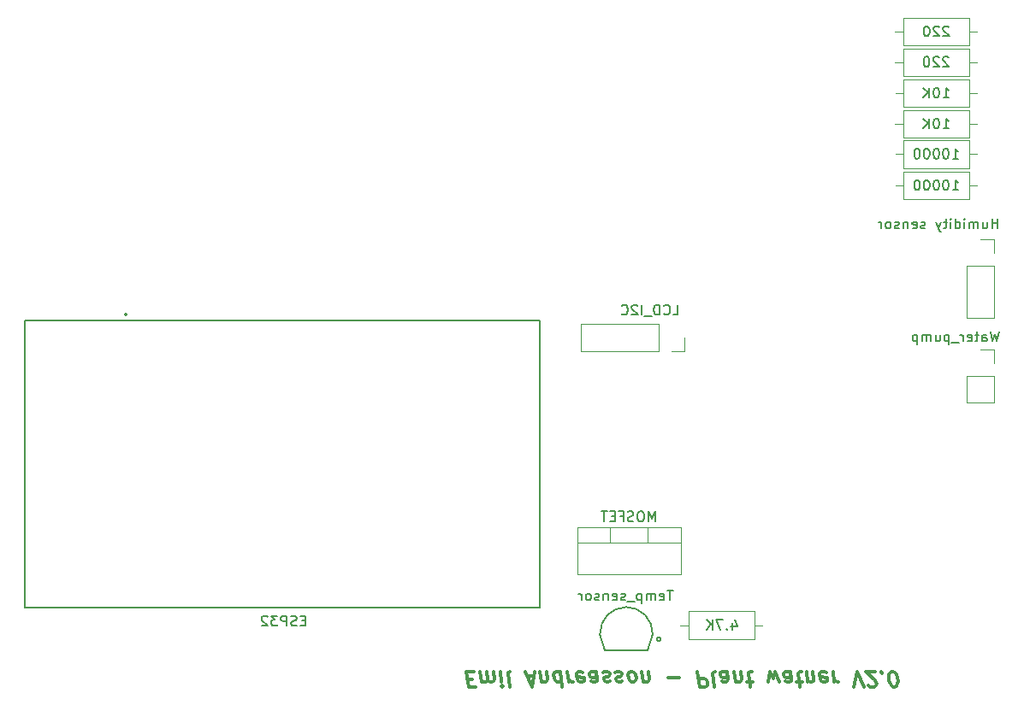
<source format=gbo>
G04 #@! TF.GenerationSoftware,KiCad,Pcbnew,(5.1.10)-1*
G04 #@! TF.CreationDate,2024-12-13T18:52:17+01:00*
G04 #@! TF.ProjectId,plant_watner_V2.0,706c616e-745f-4776-9174-6e65725f5632,rev?*
G04 #@! TF.SameCoordinates,Original*
G04 #@! TF.FileFunction,Legend,Bot*
G04 #@! TF.FilePolarity,Positive*
%FSLAX46Y46*%
G04 Gerber Fmt 4.6, Leading zero omitted, Abs format (unit mm)*
G04 Created by KiCad (PCBNEW (5.1.10)-1) date 2024-12-13 18:52:17*
%MOMM*%
%LPD*%
G01*
G04 APERTURE LIST*
%ADD10C,0.300000*%
%ADD11C,0.127000*%
%ADD12C,0.200000*%
%ADD13C,0.120000*%
%ADD14C,0.150000*%
%ADD15O,1.304000X2.404000*%
%ADD16C,2.204000*%
%ADD17C,1.702000*%
%ADD18O,1.702000X1.702000*%
%ADD19O,1.802000X1.802000*%
%ADD20C,2.102000*%
%ADD21C,5.702000*%
%ADD22O,2.007000X2.102000*%
%ADD23C,1.902000*%
%ADD24O,1.702000X2.102000*%
G04 APERTURE END LIST*
D10*
X136765777Y-125129490D02*
X137265777Y-125129490D01*
X137381849Y-124343776D02*
X136667563Y-124343776D01*
X136855063Y-125843776D01*
X137569349Y-125843776D01*
X138024706Y-124343776D02*
X138149706Y-125343776D01*
X138131849Y-125200919D02*
X138212206Y-125272348D01*
X138363992Y-125343776D01*
X138578277Y-125343776D01*
X138712206Y-125272348D01*
X138765777Y-125129490D01*
X138667563Y-124343776D01*
X138765777Y-125129490D02*
X138855063Y-125272348D01*
X139006849Y-125343776D01*
X139221135Y-125343776D01*
X139355063Y-125272348D01*
X139408635Y-125129490D01*
X139310420Y-124343776D01*
X140024706Y-124343776D02*
X140149706Y-125343776D01*
X140212206Y-125843776D02*
X140131849Y-125772348D01*
X140194349Y-125700919D01*
X140274706Y-125772348D01*
X140212206Y-125843776D01*
X140194349Y-125700919D01*
X140953277Y-124343776D02*
X140819349Y-124415205D01*
X140765777Y-124558062D01*
X140926492Y-125843776D01*
X142649706Y-124772348D02*
X143363992Y-124772348D01*
X142453277Y-124343776D02*
X143140777Y-125843776D01*
X143453277Y-124343776D01*
X144078277Y-125343776D02*
X143953277Y-124343776D01*
X144060420Y-125200919D02*
X144140777Y-125272348D01*
X144292563Y-125343776D01*
X144506849Y-125343776D01*
X144640777Y-125272348D01*
X144694349Y-125129490D01*
X144596135Y-124343776D01*
X145953277Y-124343776D02*
X146140777Y-125843776D01*
X145962206Y-124415205D02*
X145810420Y-124343776D01*
X145524706Y-124343776D01*
X145390777Y-124415205D01*
X145328277Y-124486633D01*
X145274706Y-124629490D01*
X145328277Y-125058062D01*
X145417563Y-125200919D01*
X145497920Y-125272348D01*
X145649706Y-125343776D01*
X145935420Y-125343776D01*
X146069349Y-125272348D01*
X146667563Y-124343776D02*
X146792563Y-125343776D01*
X146756849Y-125058062D02*
X146846135Y-125200919D01*
X146926492Y-125272348D01*
X147078277Y-125343776D01*
X147221135Y-125343776D01*
X148176492Y-124415205D02*
X148024706Y-124343776D01*
X147738992Y-124343776D01*
X147605063Y-124415205D01*
X147551492Y-124558062D01*
X147622920Y-125129490D01*
X147712206Y-125272348D01*
X147863992Y-125343776D01*
X148149706Y-125343776D01*
X148283635Y-125272348D01*
X148337206Y-125129490D01*
X148319349Y-124986633D01*
X147587206Y-124843776D01*
X149524706Y-124343776D02*
X149622920Y-125129490D01*
X149569349Y-125272348D01*
X149435420Y-125343776D01*
X149149706Y-125343776D01*
X148997920Y-125272348D01*
X149533635Y-124415205D02*
X149381849Y-124343776D01*
X149024706Y-124343776D01*
X148890777Y-124415205D01*
X148837206Y-124558062D01*
X148855063Y-124700919D01*
X148944349Y-124843776D01*
X149096135Y-124915205D01*
X149453277Y-124915205D01*
X149605063Y-124986633D01*
X150176492Y-124415205D02*
X150310420Y-124343776D01*
X150596135Y-124343776D01*
X150747920Y-124415205D01*
X150837206Y-124558062D01*
X150846135Y-124629490D01*
X150792563Y-124772348D01*
X150658635Y-124843776D01*
X150444349Y-124843776D01*
X150310420Y-124915205D01*
X150256849Y-125058062D01*
X150265777Y-125129490D01*
X150355063Y-125272348D01*
X150506849Y-125343776D01*
X150721135Y-125343776D01*
X150855063Y-125272348D01*
X151390777Y-124415205D02*
X151524706Y-124343776D01*
X151810420Y-124343776D01*
X151962206Y-124415205D01*
X152051492Y-124558062D01*
X152060420Y-124629490D01*
X152006849Y-124772348D01*
X151872920Y-124843776D01*
X151658635Y-124843776D01*
X151524706Y-124915205D01*
X151471135Y-125058062D01*
X151480063Y-125129490D01*
X151569349Y-125272348D01*
X151721135Y-125343776D01*
X151935420Y-125343776D01*
X152069349Y-125272348D01*
X152881849Y-124343776D02*
X152747920Y-124415205D01*
X152685420Y-124486633D01*
X152631849Y-124629490D01*
X152685420Y-125058062D01*
X152774706Y-125200919D01*
X152855063Y-125272348D01*
X153006849Y-125343776D01*
X153221135Y-125343776D01*
X153355063Y-125272348D01*
X153417563Y-125200919D01*
X153471135Y-125058062D01*
X153417563Y-124629490D01*
X153328277Y-124486633D01*
X153247920Y-124415205D01*
X153096135Y-124343776D01*
X152881849Y-124343776D01*
X154149706Y-125343776D02*
X154024706Y-124343776D01*
X154131849Y-125200919D02*
X154212206Y-125272348D01*
X154363992Y-125343776D01*
X154578277Y-125343776D01*
X154712206Y-125272348D01*
X154765777Y-125129490D01*
X154667563Y-124343776D01*
X156596135Y-124915205D02*
X157738992Y-124915205D01*
X159524706Y-124343776D02*
X159712206Y-125843776D01*
X160283635Y-125843776D01*
X160417563Y-125772348D01*
X160480063Y-125700919D01*
X160533635Y-125558062D01*
X160506849Y-125343776D01*
X160417563Y-125200919D01*
X160337206Y-125129490D01*
X160185420Y-125058062D01*
X159613992Y-125058062D01*
X161238992Y-124343776D02*
X161105063Y-124415205D01*
X161051492Y-124558062D01*
X161212206Y-125843776D01*
X162453277Y-124343776D02*
X162551492Y-125129490D01*
X162497920Y-125272348D01*
X162363992Y-125343776D01*
X162078277Y-125343776D01*
X161926492Y-125272348D01*
X162462206Y-124415205D02*
X162310420Y-124343776D01*
X161953277Y-124343776D01*
X161819349Y-124415205D01*
X161765777Y-124558062D01*
X161783635Y-124700919D01*
X161872920Y-124843776D01*
X162024706Y-124915205D01*
X162381849Y-124915205D01*
X162533635Y-124986633D01*
X163292563Y-125343776D02*
X163167563Y-124343776D01*
X163274706Y-125200919D02*
X163355063Y-125272348D01*
X163506849Y-125343776D01*
X163721135Y-125343776D01*
X163855063Y-125272348D01*
X163908635Y-125129490D01*
X163810420Y-124343776D01*
X164435420Y-125343776D02*
X165006849Y-125343776D01*
X164712206Y-125843776D02*
X164551492Y-124558062D01*
X164605063Y-124415205D01*
X164738992Y-124343776D01*
X164881849Y-124343776D01*
X166506849Y-125343776D02*
X166667563Y-124343776D01*
X167042563Y-125058062D01*
X167238992Y-124343776D01*
X167649706Y-125343776D01*
X168738992Y-124343776D02*
X168837206Y-125129490D01*
X168783635Y-125272348D01*
X168649706Y-125343776D01*
X168363992Y-125343776D01*
X168212206Y-125272348D01*
X168747920Y-124415205D02*
X168596135Y-124343776D01*
X168238992Y-124343776D01*
X168105063Y-124415205D01*
X168051492Y-124558062D01*
X168069349Y-124700919D01*
X168158635Y-124843776D01*
X168310420Y-124915205D01*
X168667563Y-124915205D01*
X168819349Y-124986633D01*
X169363992Y-125343776D02*
X169935420Y-125343776D01*
X169640777Y-125843776D02*
X169480063Y-124558062D01*
X169533635Y-124415205D01*
X169667563Y-124343776D01*
X169810420Y-124343776D01*
X170435420Y-125343776D02*
X170310420Y-124343776D01*
X170417563Y-125200919D02*
X170497920Y-125272348D01*
X170649706Y-125343776D01*
X170863992Y-125343776D01*
X170997920Y-125272348D01*
X171051492Y-125129490D01*
X170953277Y-124343776D01*
X172247920Y-124415205D02*
X172096135Y-124343776D01*
X171810420Y-124343776D01*
X171676492Y-124415205D01*
X171622920Y-124558062D01*
X171694349Y-125129490D01*
X171783635Y-125272348D01*
X171935420Y-125343776D01*
X172221135Y-125343776D01*
X172355063Y-125272348D01*
X172408635Y-125129490D01*
X172390777Y-124986633D01*
X171658635Y-124843776D01*
X172953277Y-124343776D02*
X173078277Y-125343776D01*
X173042563Y-125058062D02*
X173131849Y-125200919D01*
X173212206Y-125272348D01*
X173363992Y-125343776D01*
X173506849Y-125343776D01*
X174997920Y-125843776D02*
X175310420Y-124343776D01*
X175997920Y-125843776D01*
X176408635Y-125700919D02*
X176488992Y-125772348D01*
X176640777Y-125843776D01*
X176997920Y-125843776D01*
X177131849Y-125772348D01*
X177194349Y-125700919D01*
X177247920Y-125558062D01*
X177230063Y-125415205D01*
X177131849Y-125200919D01*
X176167563Y-124343776D01*
X177096135Y-124343776D01*
X177756849Y-124486633D02*
X177819349Y-124415205D01*
X177738992Y-124343776D01*
X177676492Y-124415205D01*
X177756849Y-124486633D01*
X177738992Y-124343776D01*
X178926492Y-125843776D02*
X179069349Y-125843776D01*
X179203277Y-125772348D01*
X179265777Y-125700919D01*
X179319349Y-125558062D01*
X179355063Y-125272348D01*
X179310420Y-124915205D01*
X179203277Y-124629490D01*
X179113992Y-124486633D01*
X179033635Y-124415205D01*
X178881849Y-124343776D01*
X178738992Y-124343776D01*
X178605063Y-124415205D01*
X178542563Y-124486633D01*
X178488992Y-124629490D01*
X178453277Y-124915205D01*
X178497920Y-125272348D01*
X178605063Y-125558062D01*
X178694349Y-125700919D01*
X178774706Y-125772348D01*
X178926492Y-125843776D01*
D11*
X155085635Y-120658348D02*
X154585635Y-122258348D01*
X154585635Y-122258348D02*
X150385635Y-122258348D01*
X150385635Y-122258348D02*
X149885635Y-120658348D01*
D12*
X155885635Y-121158348D02*
G75*
G03*
X155885635Y-121158348I-200000J0D01*
G01*
D11*
X155085635Y-120596348D02*
G75*
G03*
X149885635Y-120596348I-2600000J45383D01*
G01*
X92974635Y-118043348D02*
X143924635Y-118043348D01*
X143924635Y-118043348D02*
X143924635Y-89533348D01*
X92974635Y-89533348D02*
X92974635Y-118043348D01*
X143924635Y-89533348D02*
X92974635Y-89533348D01*
D12*
X103034635Y-88963348D02*
G75*
G03*
X103034635Y-88963348I-100000J0D01*
G01*
D11*
X92974635Y-89533348D02*
X92974635Y-100602348D01*
X92974635Y-100602348D02*
X92974635Y-107313348D01*
X92974635Y-107313348D02*
X92974635Y-118043348D01*
X143924635Y-89533348D02*
X92974635Y-89533348D01*
X92974635Y-118043348D02*
X143924635Y-118043348D01*
X143924635Y-89533348D02*
X143924635Y-94903348D01*
X143924635Y-94903348D02*
X143924635Y-112593348D01*
X143924635Y-112593348D02*
X143924635Y-118043348D01*
D13*
X179098355Y-70064368D02*
X179868355Y-70064368D01*
X187178355Y-70064368D02*
X186408355Y-70064368D01*
X179868355Y-68694368D02*
X186408355Y-68694368D01*
X179868355Y-71434368D02*
X179868355Y-68694368D01*
X186408355Y-71434368D02*
X179868355Y-71434368D01*
X186408355Y-68694368D02*
X186408355Y-71434368D01*
X186436355Y-65646369D02*
X186436355Y-68386369D01*
X186436355Y-68386369D02*
X179896355Y-68386369D01*
X179896355Y-68386369D02*
X179896355Y-65646369D01*
X179896355Y-65646369D02*
X186436355Y-65646369D01*
X187206355Y-67016369D02*
X186436355Y-67016369D01*
X179126355Y-67016369D02*
X179896355Y-67016369D01*
X186408354Y-62598369D02*
X186408354Y-65338369D01*
X186408354Y-65338369D02*
X179868354Y-65338369D01*
X179868354Y-65338369D02*
X179868354Y-62598369D01*
X179868354Y-62598369D02*
X186408354Y-62598369D01*
X187178354Y-63968369D02*
X186408354Y-63968369D01*
X179098354Y-63968369D02*
X179868354Y-63968369D01*
X179098356Y-60920368D02*
X179868356Y-60920368D01*
X187178356Y-60920368D02*
X186408356Y-60920368D01*
X179868356Y-59550368D02*
X186408356Y-59550368D01*
X179868356Y-62290368D02*
X179868356Y-59550368D01*
X186408356Y-62290368D02*
X179868356Y-62290368D01*
X186408356Y-59550368D02*
X186408356Y-62290368D01*
X158260635Y-92570348D02*
X158260635Y-91240348D01*
X156930635Y-92570348D02*
X158260635Y-92570348D01*
X155660635Y-92570348D02*
X155660635Y-89910348D01*
X155660635Y-89910348D02*
X147980635Y-89910348D01*
X155660635Y-92570348D02*
X147980635Y-92570348D01*
X147980635Y-92570348D02*
X147980635Y-89910348D01*
X188867636Y-81528348D02*
X187537636Y-81528348D01*
X188867636Y-82858348D02*
X188867636Y-81528348D01*
X188867636Y-84128348D02*
X186207636Y-84128348D01*
X186207636Y-84128348D02*
X186207636Y-89268348D01*
X188867636Y-84128348D02*
X188867636Y-89268348D01*
X188867636Y-89268348D02*
X186207636Y-89268348D01*
X150888636Y-110068349D02*
X150888636Y-111578349D01*
X154589636Y-110068349D02*
X154589636Y-111578349D01*
X157859636Y-111578349D02*
X147619636Y-111578349D01*
X147619636Y-110068349D02*
X147619636Y-114709349D01*
X157859636Y-110068349D02*
X157859636Y-114709349D01*
X157859636Y-114709349D02*
X147619636Y-114709349D01*
X157859636Y-110068349D02*
X147619636Y-110068349D01*
X188867636Y-92450348D02*
X187537636Y-92450348D01*
X188867636Y-93780348D02*
X188867636Y-92450348D01*
X188867636Y-95050348D02*
X186207636Y-95050348D01*
X186207636Y-95050348D02*
X186207636Y-97650348D01*
X188867636Y-95050348D02*
X188867636Y-97650348D01*
X188867636Y-97650348D02*
X186207636Y-97650348D01*
X157843634Y-119751850D02*
X158613634Y-119751850D01*
X165923634Y-119751850D02*
X165153634Y-119751850D01*
X158613634Y-118381850D02*
X165153634Y-118381850D01*
X158613634Y-121121850D02*
X158613634Y-118381850D01*
X165153634Y-121121850D02*
X158613634Y-121121850D01*
X165153634Y-118381850D02*
X165153634Y-121121850D01*
X186426136Y-74820849D02*
X186426136Y-77560849D01*
X186426136Y-77560849D02*
X179886136Y-77560849D01*
X179886136Y-77560849D02*
X179886136Y-74820849D01*
X179886136Y-74820849D02*
X186426136Y-74820849D01*
X187196136Y-76190849D02*
X186426136Y-76190849D01*
X179116136Y-76190849D02*
X179886136Y-76190849D01*
X179116136Y-73079349D02*
X179886136Y-73079349D01*
X187196136Y-73079349D02*
X186426136Y-73079349D01*
X179886136Y-71709349D02*
X186426136Y-71709349D01*
X179886136Y-74449349D02*
X179886136Y-71709349D01*
X186426136Y-74449349D02*
X179886136Y-74449349D01*
X186426136Y-71709349D02*
X186426136Y-74449349D01*
D14*
X157097729Y-116282181D02*
X156525207Y-116282181D01*
X156811468Y-117284094D02*
X156811468Y-116282181D01*
X155809555Y-117236384D02*
X155904975Y-117284094D01*
X156095816Y-117284094D01*
X156191236Y-117236384D01*
X156238946Y-117140963D01*
X156238946Y-116759282D01*
X156191236Y-116663862D01*
X156095816Y-116616152D01*
X155904975Y-116616152D01*
X155809555Y-116663862D01*
X155761845Y-116759282D01*
X155761845Y-116854703D01*
X156238946Y-116950123D01*
X155332453Y-117284094D02*
X155332453Y-116616152D01*
X155332453Y-116711572D02*
X155284743Y-116663862D01*
X155189323Y-116616152D01*
X155046192Y-116616152D01*
X154950772Y-116663862D01*
X154903062Y-116759282D01*
X154903062Y-117284094D01*
X154903062Y-116759282D02*
X154855352Y-116663862D01*
X154759932Y-116616152D01*
X154616801Y-116616152D01*
X154521381Y-116663862D01*
X154473671Y-116759282D01*
X154473671Y-117284094D01*
X153996569Y-116616152D02*
X153996569Y-117618065D01*
X153996569Y-116663862D02*
X153901149Y-116616152D01*
X153710308Y-116616152D01*
X153614888Y-116663862D01*
X153567178Y-116711572D01*
X153519468Y-116806992D01*
X153519468Y-117093253D01*
X153567178Y-117188674D01*
X153614888Y-117236384D01*
X153710308Y-117284094D01*
X153901149Y-117284094D01*
X153996569Y-117236384D01*
X153328627Y-117379514D02*
X152565265Y-117379514D01*
X152374424Y-117236384D02*
X152279004Y-117284094D01*
X152088164Y-117284094D01*
X151992743Y-117236384D01*
X151945033Y-117140963D01*
X151945033Y-117093253D01*
X151992743Y-116997833D01*
X152088164Y-116950123D01*
X152231294Y-116950123D01*
X152326714Y-116902413D01*
X152374424Y-116806992D01*
X152374424Y-116759282D01*
X152326714Y-116663862D01*
X152231294Y-116616152D01*
X152088164Y-116616152D01*
X151992743Y-116663862D01*
X151133961Y-117236384D02*
X151229381Y-117284094D01*
X151420222Y-117284094D01*
X151515642Y-117236384D01*
X151563352Y-117140963D01*
X151563352Y-116759282D01*
X151515642Y-116663862D01*
X151420222Y-116616152D01*
X151229381Y-116616152D01*
X151133961Y-116663862D01*
X151086251Y-116759282D01*
X151086251Y-116854703D01*
X151563352Y-116950123D01*
X150656859Y-116616152D02*
X150656859Y-117284094D01*
X150656859Y-116711572D02*
X150609149Y-116663862D01*
X150513729Y-116616152D01*
X150370598Y-116616152D01*
X150275178Y-116663862D01*
X150227468Y-116759282D01*
X150227468Y-117284094D01*
X149798077Y-117236384D02*
X149702656Y-117284094D01*
X149511816Y-117284094D01*
X149416396Y-117236384D01*
X149368685Y-117140963D01*
X149368685Y-117093253D01*
X149416396Y-116997833D01*
X149511816Y-116950123D01*
X149654946Y-116950123D01*
X149750367Y-116902413D01*
X149798077Y-116806992D01*
X149798077Y-116759282D01*
X149750367Y-116663862D01*
X149654946Y-116616152D01*
X149511816Y-116616152D01*
X149416396Y-116663862D01*
X148796164Y-117284094D02*
X148891584Y-117236384D01*
X148939294Y-117188674D01*
X148987004Y-117093253D01*
X148987004Y-116806992D01*
X148939294Y-116711572D01*
X148891584Y-116663862D01*
X148796164Y-116616152D01*
X148653033Y-116616152D01*
X148557613Y-116663862D01*
X148509903Y-116711572D01*
X148462193Y-116806992D01*
X148462193Y-117093253D01*
X148509903Y-117188674D01*
X148557613Y-117236384D01*
X148653033Y-117284094D01*
X148796164Y-117284094D01*
X148032801Y-117284094D02*
X148032801Y-116616152D01*
X148032801Y-116806992D02*
X147985091Y-116711572D01*
X147937381Y-116663862D01*
X147841961Y-116616152D01*
X147746541Y-116616152D01*
X120719492Y-119299419D02*
X120386158Y-119299419D01*
X120243301Y-119823228D02*
X120719492Y-119823228D01*
X120719492Y-118823228D01*
X120243301Y-118823228D01*
X119862349Y-119775609D02*
X119719492Y-119823228D01*
X119481396Y-119823228D01*
X119386158Y-119775609D01*
X119338539Y-119727990D01*
X119290920Y-119632752D01*
X119290920Y-119537514D01*
X119338539Y-119442276D01*
X119386158Y-119394657D01*
X119481396Y-119347038D01*
X119671873Y-119299419D01*
X119767111Y-119251800D01*
X119814730Y-119204181D01*
X119862349Y-119108943D01*
X119862349Y-119013705D01*
X119814730Y-118918467D01*
X119767111Y-118870848D01*
X119671873Y-118823228D01*
X119433777Y-118823228D01*
X119290920Y-118870848D01*
X118862349Y-119823228D02*
X118862349Y-118823228D01*
X118481396Y-118823228D01*
X118386158Y-118870848D01*
X118338539Y-118918467D01*
X118290920Y-119013705D01*
X118290920Y-119156562D01*
X118338539Y-119251800D01*
X118386158Y-119299419D01*
X118481396Y-119347038D01*
X118862349Y-119347038D01*
X117957587Y-118823228D02*
X117338539Y-118823228D01*
X117671873Y-119204181D01*
X117529015Y-119204181D01*
X117433777Y-119251800D01*
X117386158Y-119299419D01*
X117338539Y-119394657D01*
X117338539Y-119632752D01*
X117386158Y-119727990D01*
X117433777Y-119775609D01*
X117529015Y-119823228D01*
X117814730Y-119823228D01*
X117909968Y-119775609D01*
X117957587Y-119727990D01*
X116957587Y-118918467D02*
X116909968Y-118870848D01*
X116814730Y-118823228D01*
X116576635Y-118823228D01*
X116481396Y-118870848D01*
X116433777Y-118918467D01*
X116386158Y-119013705D01*
X116386158Y-119108943D01*
X116433777Y-119251800D01*
X117005206Y-119823228D01*
X116386158Y-119823228D01*
X183846611Y-70547228D02*
X184418039Y-70547228D01*
X184132325Y-70547228D02*
X184132325Y-69547228D01*
X184227563Y-69690086D01*
X184322801Y-69785324D01*
X184418039Y-69832943D01*
X183227563Y-69547228D02*
X183132325Y-69547228D01*
X183037087Y-69594848D01*
X182989468Y-69642467D01*
X182941849Y-69737705D01*
X182894230Y-69928181D01*
X182894230Y-70166276D01*
X182941849Y-70356752D01*
X182989468Y-70451990D01*
X183037087Y-70499609D01*
X183132325Y-70547228D01*
X183227563Y-70547228D01*
X183322801Y-70499609D01*
X183370420Y-70451990D01*
X183418039Y-70356752D01*
X183465658Y-70166276D01*
X183465658Y-69928181D01*
X183418039Y-69737705D01*
X183370420Y-69642467D01*
X183322801Y-69594848D01*
X183227563Y-69547228D01*
X182465658Y-70547228D02*
X182465658Y-69547228D01*
X181894230Y-70547228D02*
X182322801Y-69975800D01*
X181894230Y-69547228D02*
X182465658Y-70118657D01*
X183846612Y-67499229D02*
X184418040Y-67499229D01*
X184132326Y-67499229D02*
X184132326Y-66499229D01*
X184227564Y-66642087D01*
X184322802Y-66737325D01*
X184418040Y-66784944D01*
X183227564Y-66499229D02*
X183132326Y-66499229D01*
X183037088Y-66546849D01*
X182989469Y-66594468D01*
X182941850Y-66689706D01*
X182894231Y-66880182D01*
X182894231Y-67118277D01*
X182941850Y-67308753D01*
X182989469Y-67403991D01*
X183037088Y-67451610D01*
X183132326Y-67499229D01*
X183227564Y-67499229D01*
X183322802Y-67451610D01*
X183370421Y-67403991D01*
X183418040Y-67308753D01*
X183465659Y-67118277D01*
X183465659Y-66880182D01*
X183418040Y-66689706D01*
X183370421Y-66594468D01*
X183322802Y-66546849D01*
X183227564Y-66499229D01*
X182465659Y-67499229D02*
X182465659Y-66499229D01*
X181894231Y-67499229D02*
X182322802Y-66927801D01*
X181894231Y-66499229D02*
X182465659Y-67070658D01*
X184376449Y-63515988D02*
X184328830Y-63468369D01*
X184233592Y-63420749D01*
X183995496Y-63420749D01*
X183900258Y-63468369D01*
X183852639Y-63515988D01*
X183805020Y-63611226D01*
X183805020Y-63706464D01*
X183852639Y-63849321D01*
X184424068Y-64420749D01*
X183805020Y-64420749D01*
X183424068Y-63515988D02*
X183376449Y-63468369D01*
X183281211Y-63420749D01*
X183043115Y-63420749D01*
X182947877Y-63468369D01*
X182900258Y-63515988D01*
X182852639Y-63611226D01*
X182852639Y-63706464D01*
X182900258Y-63849321D01*
X183471687Y-64420749D01*
X182852639Y-64420749D01*
X182233592Y-63420749D02*
X182138354Y-63420749D01*
X182043115Y-63468369D01*
X181995496Y-63515988D01*
X181947877Y-63611226D01*
X181900258Y-63801702D01*
X181900258Y-64039797D01*
X181947877Y-64230273D01*
X181995496Y-64325511D01*
X182043115Y-64373130D01*
X182138354Y-64420749D01*
X182233592Y-64420749D01*
X182328830Y-64373130D01*
X182376449Y-64325511D01*
X182424068Y-64230273D01*
X182471687Y-64039797D01*
X182471687Y-63801702D01*
X182424068Y-63611226D01*
X182376449Y-63515988D01*
X182328830Y-63468369D01*
X182233592Y-63420749D01*
X184394231Y-60498467D02*
X184346612Y-60450848D01*
X184251374Y-60403228D01*
X184013278Y-60403228D01*
X183918040Y-60450848D01*
X183870421Y-60498467D01*
X183822802Y-60593705D01*
X183822802Y-60688943D01*
X183870421Y-60831800D01*
X184441850Y-61403228D01*
X183822802Y-61403228D01*
X183441850Y-60498467D02*
X183394231Y-60450848D01*
X183298993Y-60403228D01*
X183060897Y-60403228D01*
X182965659Y-60450848D01*
X182918040Y-60498467D01*
X182870421Y-60593705D01*
X182870421Y-60688943D01*
X182918040Y-60831800D01*
X183489469Y-61403228D01*
X182870421Y-61403228D01*
X182251374Y-60403228D02*
X182156136Y-60403228D01*
X182060897Y-60450848D01*
X182013278Y-60498467D01*
X181965659Y-60593705D01*
X181918040Y-60784181D01*
X181918040Y-61022276D01*
X181965659Y-61212752D01*
X182013278Y-61307990D01*
X182060897Y-61355609D01*
X182156136Y-61403228D01*
X182251374Y-61403228D01*
X182346612Y-61355609D01*
X182394231Y-61307990D01*
X182441850Y-61212752D01*
X182489469Y-61022276D01*
X182489469Y-60784181D01*
X182441850Y-60593705D01*
X182394231Y-60498467D01*
X182346612Y-60450848D01*
X182251374Y-60403228D01*
X157108373Y-88997898D02*
X157584563Y-88997898D01*
X157584563Y-87997898D01*
X156203611Y-88902660D02*
X156251230Y-88950279D01*
X156394087Y-88997898D01*
X156489325Y-88997898D01*
X156632182Y-88950279D01*
X156727420Y-88855041D01*
X156775039Y-88759803D01*
X156822659Y-88569327D01*
X156822659Y-88426470D01*
X156775039Y-88235994D01*
X156727420Y-88140756D01*
X156632182Y-88045518D01*
X156489325Y-87997898D01*
X156394087Y-87997898D01*
X156251230Y-88045518D01*
X156203611Y-88093137D01*
X155775039Y-88997898D02*
X155775039Y-87997898D01*
X155536944Y-87997898D01*
X155394087Y-88045518D01*
X155298849Y-88140756D01*
X155251230Y-88235994D01*
X155203611Y-88426470D01*
X155203611Y-88569327D01*
X155251230Y-88759803D01*
X155298849Y-88855041D01*
X155394087Y-88950279D01*
X155536944Y-88997898D01*
X155775039Y-88997898D01*
X155013135Y-89093137D02*
X154251230Y-89093137D01*
X154013135Y-88997898D02*
X154013135Y-87997898D01*
X153584563Y-88093137D02*
X153536944Y-88045518D01*
X153441706Y-87997898D01*
X153203611Y-87997898D01*
X153108373Y-88045518D01*
X153060754Y-88093137D01*
X153013135Y-88188375D01*
X153013135Y-88283613D01*
X153060754Y-88426470D01*
X153632182Y-88997898D01*
X153013135Y-88997898D01*
X152013135Y-88902660D02*
X152060754Y-88950279D01*
X152203611Y-88997898D01*
X152298849Y-88997898D01*
X152441706Y-88950279D01*
X152536944Y-88855041D01*
X152584563Y-88759803D01*
X152632182Y-88569327D01*
X152632182Y-88426470D01*
X152584563Y-88235994D01*
X152536944Y-88140756D01*
X152441706Y-88045518D01*
X152298849Y-87997898D01*
X152203611Y-87997898D01*
X152060754Y-88045518D01*
X152013135Y-88093137D01*
X189243469Y-80453228D02*
X189243469Y-79453228D01*
X189243469Y-79929419D02*
X188672040Y-79929419D01*
X188672040Y-80453228D02*
X188672040Y-79453228D01*
X187767278Y-79786562D02*
X187767278Y-80453228D01*
X188195850Y-79786562D02*
X188195850Y-80310371D01*
X188148231Y-80405609D01*
X188052993Y-80453228D01*
X187910136Y-80453228D01*
X187814897Y-80405609D01*
X187767278Y-80357990D01*
X187291088Y-80453228D02*
X187291088Y-79786562D01*
X187291088Y-79881800D02*
X187243469Y-79834181D01*
X187148231Y-79786562D01*
X187005374Y-79786562D01*
X186910136Y-79834181D01*
X186862516Y-79929419D01*
X186862516Y-80453228D01*
X186862516Y-79929419D02*
X186814897Y-79834181D01*
X186719659Y-79786562D01*
X186576802Y-79786562D01*
X186481564Y-79834181D01*
X186433945Y-79929419D01*
X186433945Y-80453228D01*
X185957755Y-80453228D02*
X185957755Y-79786562D01*
X185957755Y-79453228D02*
X186005374Y-79500848D01*
X185957755Y-79548467D01*
X185910136Y-79500848D01*
X185957755Y-79453228D01*
X185957755Y-79548467D01*
X185052993Y-80453228D02*
X185052993Y-79453228D01*
X185052993Y-80405609D02*
X185148231Y-80453228D01*
X185338707Y-80453228D01*
X185433945Y-80405609D01*
X185481564Y-80357990D01*
X185529183Y-80262752D01*
X185529183Y-79977038D01*
X185481564Y-79881800D01*
X185433945Y-79834181D01*
X185338707Y-79786562D01*
X185148231Y-79786562D01*
X185052993Y-79834181D01*
X184576802Y-80453228D02*
X184576802Y-79786562D01*
X184576802Y-79453228D02*
X184624421Y-79500848D01*
X184576802Y-79548467D01*
X184529183Y-79500848D01*
X184576802Y-79453228D01*
X184576802Y-79548467D01*
X184243469Y-79786562D02*
X183862516Y-79786562D01*
X184100612Y-79453228D02*
X184100612Y-80310371D01*
X184052993Y-80405609D01*
X183957755Y-80453228D01*
X183862516Y-80453228D01*
X183624421Y-79786562D02*
X183386326Y-80453228D01*
X183148231Y-79786562D02*
X183386326Y-80453228D01*
X183481564Y-80691324D01*
X183529183Y-80738943D01*
X183624421Y-80786562D01*
X182052993Y-80405609D02*
X181957755Y-80453228D01*
X181767278Y-80453228D01*
X181672040Y-80405609D01*
X181624421Y-80310371D01*
X181624421Y-80262752D01*
X181672040Y-80167514D01*
X181767278Y-80119895D01*
X181910136Y-80119895D01*
X182005374Y-80072276D01*
X182052993Y-79977038D01*
X182052993Y-79929419D01*
X182005374Y-79834181D01*
X181910136Y-79786562D01*
X181767278Y-79786562D01*
X181672040Y-79834181D01*
X180814897Y-80405609D02*
X180910136Y-80453228D01*
X181100612Y-80453228D01*
X181195850Y-80405609D01*
X181243469Y-80310371D01*
X181243469Y-79929419D01*
X181195850Y-79834181D01*
X181100612Y-79786562D01*
X180910136Y-79786562D01*
X180814897Y-79834181D01*
X180767278Y-79929419D01*
X180767278Y-80024657D01*
X181243469Y-80119895D01*
X180338707Y-79786562D02*
X180338707Y-80453228D01*
X180338707Y-79881800D02*
X180291088Y-79834181D01*
X180195850Y-79786562D01*
X180052993Y-79786562D01*
X179957755Y-79834181D01*
X179910136Y-79929419D01*
X179910136Y-80453228D01*
X179481564Y-80405609D02*
X179386326Y-80453228D01*
X179195850Y-80453228D01*
X179100612Y-80405609D01*
X179052993Y-80310371D01*
X179052993Y-80262752D01*
X179100612Y-80167514D01*
X179195850Y-80119895D01*
X179338707Y-80119895D01*
X179433945Y-80072276D01*
X179481564Y-79977038D01*
X179481564Y-79929419D01*
X179433945Y-79834181D01*
X179338707Y-79786562D01*
X179195850Y-79786562D01*
X179100612Y-79834181D01*
X178481564Y-80453228D02*
X178576802Y-80405609D01*
X178624421Y-80357990D01*
X178672040Y-80262752D01*
X178672040Y-79977038D01*
X178624421Y-79881800D01*
X178576802Y-79834181D01*
X178481564Y-79786562D01*
X178338707Y-79786562D01*
X178243469Y-79834181D01*
X178195850Y-79881800D01*
X178148231Y-79977038D01*
X178148231Y-80262752D01*
X178195850Y-80357990D01*
X178243469Y-80405609D01*
X178338707Y-80453228D01*
X178481564Y-80453228D01*
X177719659Y-80453228D02*
X177719659Y-79786562D01*
X177719659Y-79977038D02*
X177672040Y-79881800D01*
X177624421Y-79834181D01*
X177529183Y-79786562D01*
X177433945Y-79786562D01*
X155334874Y-109472729D02*
X155334874Y-108472729D01*
X155001540Y-109187015D01*
X154668207Y-108472729D01*
X154668207Y-109472729D01*
X154001540Y-108472729D02*
X153811064Y-108472729D01*
X153715826Y-108520349D01*
X153620588Y-108615587D01*
X153572969Y-108806063D01*
X153572969Y-109139396D01*
X153620588Y-109329872D01*
X153715826Y-109425110D01*
X153811064Y-109472729D01*
X154001540Y-109472729D01*
X154096778Y-109425110D01*
X154192016Y-109329872D01*
X154239636Y-109139396D01*
X154239636Y-108806063D01*
X154192016Y-108615587D01*
X154096778Y-108520349D01*
X154001540Y-108472729D01*
X153192016Y-109425110D02*
X153049159Y-109472729D01*
X152811064Y-109472729D01*
X152715826Y-109425110D01*
X152668207Y-109377491D01*
X152620588Y-109282253D01*
X152620588Y-109187015D01*
X152668207Y-109091777D01*
X152715826Y-109044158D01*
X152811064Y-108996539D01*
X153001540Y-108948920D01*
X153096778Y-108901301D01*
X153144397Y-108853682D01*
X153192016Y-108758444D01*
X153192016Y-108663206D01*
X153144397Y-108567968D01*
X153096778Y-108520349D01*
X153001540Y-108472729D01*
X152763445Y-108472729D01*
X152620588Y-108520349D01*
X151858683Y-108948920D02*
X152192016Y-108948920D01*
X152192016Y-109472729D02*
X152192016Y-108472729D01*
X151715826Y-108472729D01*
X151334874Y-108948920D02*
X151001540Y-108948920D01*
X150858683Y-109472729D02*
X151334874Y-109472729D01*
X151334874Y-108472729D01*
X150858683Y-108472729D01*
X150572969Y-108472729D02*
X150001540Y-108472729D01*
X150287255Y-109472729D02*
X150287255Y-108472729D01*
X189370659Y-90629228D02*
X189132564Y-91629228D01*
X188942088Y-90914943D01*
X188751612Y-91629228D01*
X188513516Y-90629228D01*
X187703993Y-91629228D02*
X187703993Y-91105419D01*
X187751612Y-91010181D01*
X187846850Y-90962562D01*
X188037326Y-90962562D01*
X188132564Y-91010181D01*
X187703993Y-91581609D02*
X187799231Y-91629228D01*
X188037326Y-91629228D01*
X188132564Y-91581609D01*
X188180183Y-91486371D01*
X188180183Y-91391133D01*
X188132564Y-91295895D01*
X188037326Y-91248276D01*
X187799231Y-91248276D01*
X187703993Y-91200657D01*
X187370659Y-90962562D02*
X186989707Y-90962562D01*
X187227802Y-90629228D02*
X187227802Y-91486371D01*
X187180183Y-91581609D01*
X187084945Y-91629228D01*
X186989707Y-91629228D01*
X186275421Y-91581609D02*
X186370659Y-91629228D01*
X186561136Y-91629228D01*
X186656374Y-91581609D01*
X186703993Y-91486371D01*
X186703993Y-91105419D01*
X186656374Y-91010181D01*
X186561136Y-90962562D01*
X186370659Y-90962562D01*
X186275421Y-91010181D01*
X186227802Y-91105419D01*
X186227802Y-91200657D01*
X186703993Y-91295895D01*
X185799231Y-91629228D02*
X185799231Y-90962562D01*
X185799231Y-91153038D02*
X185751612Y-91057800D01*
X185703993Y-91010181D01*
X185608755Y-90962562D01*
X185513516Y-90962562D01*
X185418278Y-91724467D02*
X184656374Y-91724467D01*
X184418278Y-90962562D02*
X184418278Y-91962562D01*
X184418278Y-91010181D02*
X184323040Y-90962562D01*
X184132564Y-90962562D01*
X184037326Y-91010181D01*
X183989707Y-91057800D01*
X183942088Y-91153038D01*
X183942088Y-91438752D01*
X183989707Y-91533990D01*
X184037326Y-91581609D01*
X184132564Y-91629228D01*
X184323040Y-91629228D01*
X184418278Y-91581609D01*
X183084945Y-90962562D02*
X183084945Y-91629228D01*
X183513516Y-90962562D02*
X183513516Y-91486371D01*
X183465897Y-91581609D01*
X183370659Y-91629228D01*
X183227802Y-91629228D01*
X183132564Y-91581609D01*
X183084945Y-91533990D01*
X182608755Y-91629228D02*
X182608755Y-90962562D01*
X182608755Y-91057800D02*
X182561136Y-91010181D01*
X182465897Y-90962562D01*
X182323040Y-90962562D01*
X182227802Y-91010181D01*
X182180183Y-91105419D01*
X182180183Y-91629228D01*
X182180183Y-91105419D02*
X182132564Y-91010181D01*
X182037326Y-90962562D01*
X181894469Y-90962562D01*
X181799231Y-91010181D01*
X181751612Y-91105419D01*
X181751612Y-91629228D01*
X181275421Y-90962562D02*
X181275421Y-91962562D01*
X181275421Y-91010181D02*
X181180183Y-90962562D01*
X180989707Y-90962562D01*
X180894469Y-91010181D01*
X180846850Y-91057800D01*
X180799231Y-91153038D01*
X180799231Y-91438752D01*
X180846850Y-91533990D01*
X180894469Y-91581609D01*
X180989707Y-91629228D01*
X181180183Y-91629228D01*
X181275421Y-91581609D01*
X162970943Y-119537564D02*
X162970943Y-120204230D01*
X163209038Y-119156611D02*
X163447134Y-119870897D01*
X162828086Y-119870897D01*
X162447134Y-120108992D02*
X162399514Y-120156611D01*
X162447134Y-120204230D01*
X162494753Y-120156611D01*
X162447134Y-120108992D01*
X162447134Y-120204230D01*
X162066181Y-119204230D02*
X161399514Y-119204230D01*
X161828086Y-120204230D01*
X161018562Y-120204230D02*
X161018562Y-119204230D01*
X160447134Y-120204230D02*
X160875705Y-119632802D01*
X160447134Y-119204230D02*
X161018562Y-119775659D01*
X184775183Y-76643229D02*
X185346612Y-76643229D01*
X185060897Y-76643229D02*
X185060897Y-75643229D01*
X185156136Y-75786087D01*
X185251374Y-75881325D01*
X185346612Y-75928944D01*
X184156136Y-75643229D02*
X184060897Y-75643229D01*
X183965659Y-75690849D01*
X183918040Y-75738468D01*
X183870421Y-75833706D01*
X183822802Y-76024182D01*
X183822802Y-76262277D01*
X183870421Y-76452753D01*
X183918040Y-76547991D01*
X183965659Y-76595610D01*
X184060897Y-76643229D01*
X184156136Y-76643229D01*
X184251374Y-76595610D01*
X184298993Y-76547991D01*
X184346612Y-76452753D01*
X184394231Y-76262277D01*
X184394231Y-76024182D01*
X184346612Y-75833706D01*
X184298993Y-75738468D01*
X184251374Y-75690849D01*
X184156136Y-75643229D01*
X183203755Y-75643229D02*
X183108516Y-75643229D01*
X183013278Y-75690849D01*
X182965659Y-75738468D01*
X182918040Y-75833706D01*
X182870421Y-76024182D01*
X182870421Y-76262277D01*
X182918040Y-76452753D01*
X182965659Y-76547991D01*
X183013278Y-76595610D01*
X183108516Y-76643229D01*
X183203755Y-76643229D01*
X183298993Y-76595610D01*
X183346612Y-76547991D01*
X183394231Y-76452753D01*
X183441850Y-76262277D01*
X183441850Y-76024182D01*
X183394231Y-75833706D01*
X183346612Y-75738468D01*
X183298993Y-75690849D01*
X183203755Y-75643229D01*
X182251374Y-75643229D02*
X182156136Y-75643229D01*
X182060897Y-75690849D01*
X182013278Y-75738468D01*
X181965659Y-75833706D01*
X181918040Y-76024182D01*
X181918040Y-76262277D01*
X181965659Y-76452753D01*
X182013278Y-76547991D01*
X182060897Y-76595610D01*
X182156136Y-76643229D01*
X182251374Y-76643229D01*
X182346612Y-76595610D01*
X182394231Y-76547991D01*
X182441850Y-76452753D01*
X182489469Y-76262277D01*
X182489469Y-76024182D01*
X182441850Y-75833706D01*
X182394231Y-75738468D01*
X182346612Y-75690849D01*
X182251374Y-75643229D01*
X181298993Y-75643229D02*
X181203755Y-75643229D01*
X181108516Y-75690849D01*
X181060897Y-75738468D01*
X181013278Y-75833706D01*
X180965659Y-76024182D01*
X180965659Y-76262277D01*
X181013278Y-76452753D01*
X181060897Y-76547991D01*
X181108516Y-76595610D01*
X181203755Y-76643229D01*
X181298993Y-76643229D01*
X181394231Y-76595610D01*
X181441850Y-76547991D01*
X181489469Y-76452753D01*
X181537088Y-76262277D01*
X181537088Y-76024182D01*
X181489469Y-75833706D01*
X181441850Y-75738468D01*
X181394231Y-75690849D01*
X181298993Y-75643229D01*
X184775183Y-73531729D02*
X185346612Y-73531729D01*
X185060897Y-73531729D02*
X185060897Y-72531729D01*
X185156136Y-72674587D01*
X185251374Y-72769825D01*
X185346612Y-72817444D01*
X184156136Y-72531729D02*
X184060897Y-72531729D01*
X183965659Y-72579349D01*
X183918040Y-72626968D01*
X183870421Y-72722206D01*
X183822802Y-72912682D01*
X183822802Y-73150777D01*
X183870421Y-73341253D01*
X183918040Y-73436491D01*
X183965659Y-73484110D01*
X184060897Y-73531729D01*
X184156136Y-73531729D01*
X184251374Y-73484110D01*
X184298993Y-73436491D01*
X184346612Y-73341253D01*
X184394231Y-73150777D01*
X184394231Y-72912682D01*
X184346612Y-72722206D01*
X184298993Y-72626968D01*
X184251374Y-72579349D01*
X184156136Y-72531729D01*
X183203755Y-72531729D02*
X183108516Y-72531729D01*
X183013278Y-72579349D01*
X182965659Y-72626968D01*
X182918040Y-72722206D01*
X182870421Y-72912682D01*
X182870421Y-73150777D01*
X182918040Y-73341253D01*
X182965659Y-73436491D01*
X183013278Y-73484110D01*
X183108516Y-73531729D01*
X183203755Y-73531729D01*
X183298993Y-73484110D01*
X183346612Y-73436491D01*
X183394231Y-73341253D01*
X183441850Y-73150777D01*
X183441850Y-72912682D01*
X183394231Y-72722206D01*
X183346612Y-72626968D01*
X183298993Y-72579349D01*
X183203755Y-72531729D01*
X182251374Y-72531729D02*
X182156136Y-72531729D01*
X182060897Y-72579349D01*
X182013278Y-72626968D01*
X181965659Y-72722206D01*
X181918040Y-72912682D01*
X181918040Y-73150777D01*
X181965659Y-73341253D01*
X182013278Y-73436491D01*
X182060897Y-73484110D01*
X182156136Y-73531729D01*
X182251374Y-73531729D01*
X182346612Y-73484110D01*
X182394231Y-73436491D01*
X182441850Y-73341253D01*
X182489469Y-73150777D01*
X182489469Y-72912682D01*
X182441850Y-72722206D01*
X182394231Y-72626968D01*
X182346612Y-72579349D01*
X182251374Y-72531729D01*
X181298993Y-72531729D02*
X181203755Y-72531729D01*
X181108516Y-72579349D01*
X181060897Y-72626968D01*
X181013278Y-72722206D01*
X180965659Y-72912682D01*
X180965659Y-73150777D01*
X181013278Y-73341253D01*
X181060897Y-73436491D01*
X181108516Y-73484110D01*
X181203755Y-73531729D01*
X181298993Y-73531729D01*
X181394231Y-73484110D01*
X181441850Y-73436491D01*
X181489469Y-73341253D01*
X181537088Y-73150777D01*
X181537088Y-72912682D01*
X181489469Y-72722206D01*
X181441850Y-72626968D01*
X181394231Y-72579349D01*
X181298993Y-72531729D01*
%LPC*%
D15*
X151114035Y-120972748D03*
X152485635Y-120958348D03*
X153857235Y-120958348D03*
D16*
X138494635Y-116513348D03*
X135954635Y-116513348D03*
X133414635Y-116513348D03*
X130874635Y-116513348D03*
X128334635Y-116513348D03*
X125794635Y-116513348D03*
X123254635Y-116513348D03*
X120714635Y-116513348D03*
X118174635Y-116513348D03*
X115634635Y-116513348D03*
X113094635Y-116513348D03*
X110554635Y-116513348D03*
X108014635Y-116513348D03*
X105474635Y-116513348D03*
X102934635Y-116513348D03*
X138494635Y-91113348D03*
X135954635Y-91113348D03*
X133414635Y-91113348D03*
X130874635Y-91113348D03*
X128334635Y-91113348D03*
X125794635Y-91113348D03*
X123254635Y-91113348D03*
X120714635Y-91113348D03*
X118174635Y-91113348D03*
X115634635Y-91113348D03*
X113094635Y-91113348D03*
X110554635Y-91113348D03*
X108014635Y-91113348D03*
X105474635Y-91113348D03*
G36*
G01*
X101934635Y-90011348D02*
X103934635Y-90011348D01*
G75*
G02*
X104036635Y-90113348I0J-102000D01*
G01*
X104036635Y-92113348D01*
G75*
G02*
X103934635Y-92215348I-102000J0D01*
G01*
X101934635Y-92215348D01*
G75*
G02*
X101832635Y-92113348I0J102000D01*
G01*
X101832635Y-90113348D01*
G75*
G02*
X101934635Y-90011348I102000J0D01*
G01*
G37*
D17*
X188218355Y-70064368D03*
D18*
X178058355Y-70064368D03*
X178086355Y-67016369D03*
D17*
X188246355Y-67016369D03*
D18*
X178058354Y-63968369D03*
D17*
X188218354Y-63968369D03*
X188218356Y-60920368D03*
D18*
X178058356Y-60920368D03*
G36*
G01*
X157780635Y-92141348D02*
X156080635Y-92141348D01*
G75*
G02*
X156029635Y-92090348I0J51000D01*
G01*
X156029635Y-90390348D01*
G75*
G02*
X156080635Y-90339348I51000J0D01*
G01*
X157780635Y-90339348D01*
G75*
G02*
X157831635Y-90390348I0J-51000D01*
G01*
X157831635Y-92090348D01*
G75*
G02*
X157780635Y-92141348I-51000J0D01*
G01*
G37*
D19*
X154390635Y-91240348D03*
X151850635Y-91240348D03*
X149310635Y-91240348D03*
D20*
X165046005Y-112362729D03*
X165046005Y-107862729D03*
X171546005Y-112362729D03*
X171546005Y-107862729D03*
X184754004Y-107862729D03*
X184754004Y-112362729D03*
X178254004Y-107862729D03*
X178254004Y-112362729D03*
X171535635Y-119870348D03*
X171535635Y-115370348D03*
X178035635Y-119870348D03*
X178035635Y-115370348D03*
X171766636Y-104702347D03*
X171766636Y-100202347D03*
X178266636Y-104702347D03*
X178266636Y-100202347D03*
D21*
X186140635Y-121720348D03*
X183346635Y-53648348D03*
X95843636Y-122355349D03*
G36*
G01*
X188438636Y-82008348D02*
X188438636Y-83708348D01*
G75*
G02*
X188387636Y-83759348I-51000J0D01*
G01*
X186687636Y-83759348D01*
G75*
G02*
X186636636Y-83708348I0J51000D01*
G01*
X186636636Y-82008348D01*
G75*
G02*
X186687636Y-81957348I51000J0D01*
G01*
X188387636Y-81957348D01*
G75*
G02*
X188438636Y-82008348I0J-51000D01*
G01*
G37*
D19*
X187537636Y-85398348D03*
X187537636Y-87938348D03*
G36*
G01*
X156283136Y-112338349D02*
X156283136Y-114338349D01*
G75*
G02*
X156232136Y-114389349I-51000J0D01*
G01*
X154327136Y-114389349D01*
G75*
G02*
X154276136Y-114338349I0J51000D01*
G01*
X154276136Y-112338349D01*
G75*
G02*
X154327136Y-112287349I51000J0D01*
G01*
X156232136Y-112287349D01*
G75*
G02*
X156283136Y-112338349I0J-51000D01*
G01*
G37*
D22*
X152739636Y-113338349D03*
X150199636Y-113338349D03*
D23*
X154263634Y-96701348D03*
G36*
G01*
X157754634Y-95801348D02*
X157754634Y-97601348D01*
G75*
G02*
X157703634Y-97652348I-51000J0D01*
G01*
X155903634Y-97652348D01*
G75*
G02*
X155852634Y-97601348I0J51000D01*
G01*
X155852634Y-95801348D01*
G75*
G02*
X155903634Y-95750348I51000J0D01*
G01*
X157703634Y-95750348D01*
G75*
G02*
X157754634Y-95801348I0J-51000D01*
G01*
G37*
G36*
G01*
X152928636Y-95801348D02*
X152928636Y-97601348D01*
G75*
G02*
X152877636Y-97652348I-51000J0D01*
G01*
X151077636Y-97652348D01*
G75*
G02*
X151026636Y-97601348I0J51000D01*
G01*
X151026636Y-95801348D01*
G75*
G02*
X151077636Y-95750348I51000J0D01*
G01*
X152877636Y-95750348D01*
G75*
G02*
X152928636Y-95801348I0J-51000D01*
G01*
G37*
X149437636Y-96701348D03*
G36*
G01*
X188438636Y-92930348D02*
X188438636Y-94630348D01*
G75*
G02*
X188387636Y-94681348I-51000J0D01*
G01*
X186687636Y-94681348D01*
G75*
G02*
X186636636Y-94630348I0J51000D01*
G01*
X186636636Y-92930348D01*
G75*
G02*
X186687636Y-92879348I51000J0D01*
G01*
X188387636Y-92879348D01*
G75*
G02*
X188438636Y-92930348I0J-51000D01*
G01*
G37*
D19*
X187537636Y-96320348D03*
D24*
X124354635Y-97531349D03*
X121814635Y-97531349D03*
X116734635Y-97531349D03*
X119274635Y-97531349D03*
D17*
X166963634Y-119751850D03*
D18*
X156803634Y-119751850D03*
X178076136Y-76190849D03*
D17*
X188236136Y-76190849D03*
X188236136Y-73079349D03*
D18*
X178076136Y-73079349D03*
M02*

</source>
